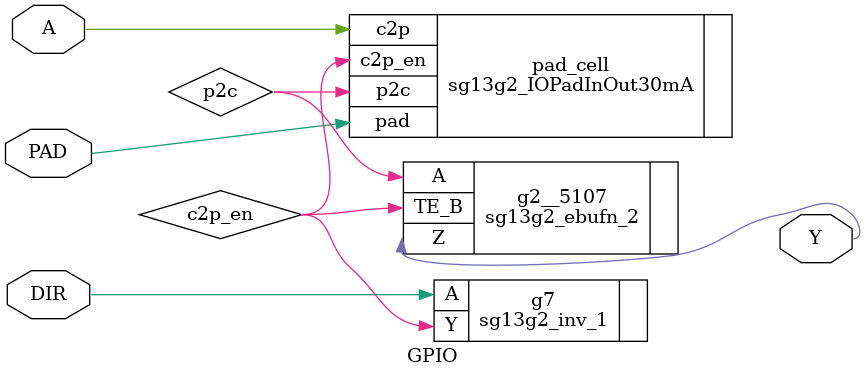
<source format=v>


// Verification Directory fv/GPIO 

`include "../ihp-sg13g2/libs.ref/sg13g2_stdcell/verilog/sg13g2_stdcell.v"

`include "../ihp-sg13g2/libs.ref/sg13g2_io/verilog/sg13g2_io.v"
//module sg13g2_IOPadInOut30mA(pad, c2p, c2p_en, p2c);
//  input c2p, c2p_en;
//  output p2c;
//  inout pad;
//  wire c2p, c2p_en;
//  wire p2c;
//  wire pad;
//  wire n_0;
//  assign p2c = pad;
//  sg13g2_ebufn_2 g1__2398(.A (c2p), .TE_B (n_0), .Z (pad));
//  sg13g2_inv_1 g4(.A (c2p_en), .Y (n_0));
//endmodule

module GPIO(A, Y, PAD, DIR);
  input A, DIR;
  output Y;
  inout PAD;
  wire A, DIR;
  wire Y;
  wire PAD;
  wire c2p_en, p2c;
  sg13g2_IOPadInOut30mA pad_cell(.pad (PAD), .c2p (A), .c2p_en
       (c2p_en), .p2c (p2c));
  sg13g2_ebufn_2 g2__5107(.A (p2c), .TE_B (c2p_en), .Z (Y));
  sg13g2_inv_1 g7(.A (DIR), .Y (c2p_en));
endmodule


</source>
